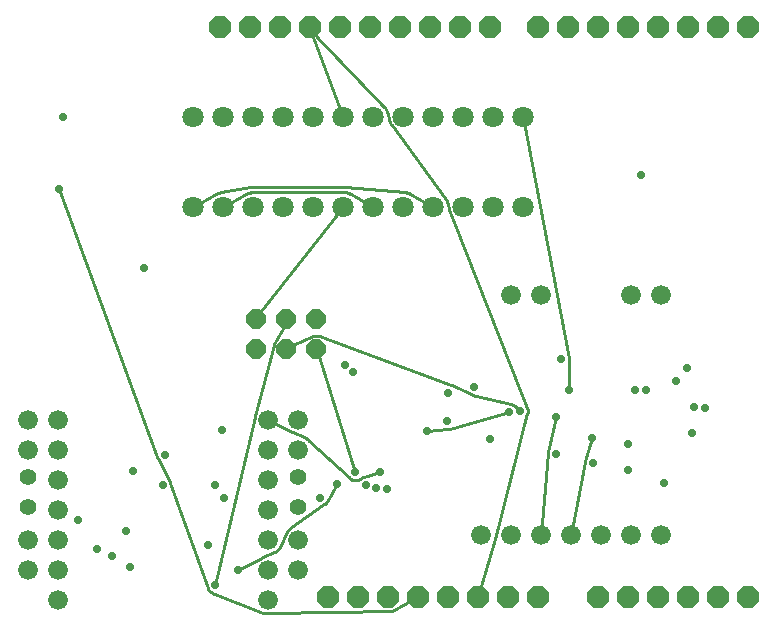
<source format=gbl>
G75*
%MOIN*%
%OFA0B0*%
%FSLAX25Y25*%
%IPPOS*%
%LPD*%
%AMOC8*
5,1,8,0,0,1.08239X$1,22.5*
%
%ADD10OC8,0.07144*%
%ADD11C,0.06600*%
%ADD12OC8,0.06426*%
%ADD13C,0.05500*%
%ADD14C,0.07087*%
%ADD15C,0.01000*%
%ADD16C,0.02756*%
D10*
X0126500Y0015000D03*
X0136500Y0015000D03*
X0146500Y0015000D03*
X0156500Y0015000D03*
X0166500Y0015000D03*
X0176500Y0015000D03*
X0186500Y0015000D03*
X0196500Y0015000D03*
X0216500Y0015000D03*
X0226500Y0015000D03*
X0236500Y0015000D03*
X0246500Y0015000D03*
X0256500Y0015000D03*
X0266500Y0015000D03*
X0266500Y0205000D03*
X0256500Y0205000D03*
X0246500Y0205000D03*
X0236500Y0205000D03*
X0226500Y0205000D03*
X0216500Y0205000D03*
X0206500Y0205000D03*
X0196500Y0205000D03*
X0180500Y0205000D03*
X0170500Y0205000D03*
X0160500Y0205000D03*
X0150500Y0205000D03*
X0140500Y0205000D03*
X0130500Y0205000D03*
X0120500Y0205000D03*
X0110500Y0205000D03*
X0100500Y0205000D03*
X0090500Y0205000D03*
D11*
X0026500Y0024000D03*
X0036500Y0024000D03*
X0036500Y0014000D03*
X0036500Y0034000D03*
X0026500Y0034000D03*
X0036500Y0044000D03*
X0036500Y0054000D03*
X0036500Y0064000D03*
X0026500Y0064000D03*
X0026500Y0074000D03*
X0036500Y0074000D03*
X0106500Y0074000D03*
X0116500Y0074000D03*
X0116500Y0064000D03*
X0106500Y0064000D03*
X0106500Y0054000D03*
X0106500Y0044000D03*
X0106500Y0034000D03*
X0116500Y0034000D03*
X0116500Y0024000D03*
X0106500Y0024000D03*
X0106500Y0014000D03*
X0177500Y0035500D03*
X0187500Y0035500D03*
X0197500Y0035500D03*
X0207500Y0035500D03*
X0217500Y0035500D03*
X0227500Y0035500D03*
X0237500Y0035500D03*
X0237500Y0115500D03*
X0227500Y0115500D03*
X0197500Y0115500D03*
X0187500Y0115500D03*
D12*
X0122500Y0107500D03*
X0112500Y0107500D03*
X0102500Y0107500D03*
X0102500Y0097500D03*
X0112500Y0097500D03*
X0122500Y0097500D03*
D13*
X0116500Y0055000D03*
X0116500Y0045000D03*
X0026500Y0045000D03*
X0026500Y0055000D03*
D14*
X0081500Y0145000D03*
X0091500Y0145000D03*
X0101500Y0145000D03*
X0111500Y0145000D03*
X0121500Y0145000D03*
X0131500Y0145000D03*
X0141500Y0145000D03*
X0151500Y0145000D03*
X0161500Y0145000D03*
X0171500Y0145000D03*
X0181500Y0145000D03*
X0191500Y0145000D03*
X0191500Y0175000D03*
X0181500Y0175000D03*
X0171500Y0175000D03*
X0161500Y0175000D03*
X0151500Y0175000D03*
X0141500Y0175000D03*
X0131500Y0175000D03*
X0121500Y0175000D03*
X0111500Y0175000D03*
X0101500Y0175000D03*
X0091500Y0175000D03*
X0081500Y0175000D03*
D15*
X0090626Y0149773D02*
X0100301Y0151545D01*
X0101495Y0151654D02*
X0111495Y0151661D01*
X0111500Y0151661D01*
X0131500Y0151661D01*
X0132105Y0151634D02*
X0151940Y0149825D01*
X0153848Y0149239D02*
X0161500Y0145000D01*
X0166205Y0146184D02*
X0166171Y0146314D01*
X0166133Y0146442D01*
X0166091Y0146570D01*
X0166046Y0146696D01*
X0165997Y0146821D01*
X0165945Y0146945D01*
X0165890Y0147067D01*
X0165831Y0147188D01*
X0165769Y0147306D01*
X0165703Y0147424D01*
X0165635Y0147539D01*
X0165563Y0147652D01*
X0165488Y0147764D01*
X0165410Y0147873D01*
X0147590Y0172127D01*
X0146791Y0173830D02*
X0146209Y0176170D01*
X0144998Y0178363D02*
X0122227Y0202046D01*
X0120720Y0205054D01*
X0121400Y0201522D02*
X0131500Y0175000D01*
X0144998Y0178363D02*
X0145089Y0178265D01*
X0145177Y0178165D01*
X0145263Y0178063D01*
X0145346Y0177959D01*
X0145425Y0177852D01*
X0145502Y0177743D01*
X0145576Y0177632D01*
X0145647Y0177519D01*
X0145715Y0177404D01*
X0145779Y0177287D01*
X0145840Y0177169D01*
X0145898Y0177049D01*
X0145953Y0176927D01*
X0146004Y0176804D01*
X0146052Y0176680D01*
X0146096Y0176554D01*
X0146137Y0176427D01*
X0146175Y0176299D01*
X0146209Y0176170D01*
X0146791Y0173830D02*
X0146826Y0173699D01*
X0146864Y0173569D01*
X0146905Y0173441D01*
X0146951Y0173313D01*
X0146999Y0173187D01*
X0147052Y0173062D01*
X0147107Y0172939D01*
X0147166Y0172818D01*
X0147229Y0172698D01*
X0147295Y0172580D01*
X0147364Y0172464D01*
X0147436Y0172349D01*
X0147512Y0172237D01*
X0147590Y0172127D01*
X0131500Y0149852D02*
X0111500Y0149852D01*
X0111496Y0149852D01*
X0101496Y0149845D01*
X0099152Y0149239D02*
X0091500Y0145000D01*
X0090625Y0149773D02*
X0090496Y0149747D01*
X0090368Y0149718D01*
X0090240Y0149686D01*
X0090114Y0149650D01*
X0089988Y0149611D01*
X0089864Y0149568D01*
X0089740Y0149522D01*
X0089618Y0149473D01*
X0089498Y0149420D01*
X0089379Y0149364D01*
X0089261Y0149305D01*
X0089145Y0149243D01*
X0081500Y0145000D01*
X0099153Y0149238D02*
X0099272Y0149303D01*
X0099394Y0149363D01*
X0099517Y0149421D01*
X0099642Y0149475D01*
X0099768Y0149525D01*
X0099896Y0149572D01*
X0100025Y0149615D01*
X0100155Y0149655D01*
X0100286Y0149690D01*
X0100418Y0149723D01*
X0100551Y0149751D01*
X0100685Y0149776D01*
X0100819Y0149797D01*
X0100954Y0149814D01*
X0101089Y0149828D01*
X0101225Y0149837D01*
X0101361Y0149843D01*
X0101497Y0149845D01*
X0101496Y0151654D02*
X0101346Y0151652D01*
X0101196Y0151647D01*
X0101046Y0151638D01*
X0100896Y0151626D01*
X0100747Y0151611D01*
X0100598Y0151592D01*
X0100449Y0151570D01*
X0100301Y0151545D01*
X0131500Y0151661D02*
X0131651Y0151659D01*
X0131802Y0151654D01*
X0131953Y0151645D01*
X0132104Y0151633D01*
X0133855Y0149243D02*
X0141500Y0145000D01*
X0133855Y0149243D02*
X0133734Y0149308D01*
X0133612Y0149369D01*
X0133488Y0149427D01*
X0133363Y0149481D01*
X0133236Y0149532D01*
X0133108Y0149579D01*
X0132978Y0149622D01*
X0132848Y0149662D01*
X0132716Y0149698D01*
X0132583Y0149731D01*
X0132450Y0149759D01*
X0132315Y0149784D01*
X0132180Y0149805D01*
X0132045Y0149822D01*
X0131909Y0149836D01*
X0131773Y0149845D01*
X0131636Y0149851D01*
X0131500Y0149853D01*
X0131500Y0145000D02*
X0104123Y0110159D01*
X0112917Y0107385D02*
X0108342Y0099276D01*
X0108265Y0099059D02*
X0102040Y0075162D01*
X0102014Y0075057D02*
X0088758Y0018829D01*
X0086225Y0017933D02*
X0086260Y0017839D01*
X0086299Y0017746D01*
X0086341Y0017655D01*
X0086387Y0017565D01*
X0086436Y0017477D01*
X0086488Y0017391D01*
X0086543Y0017307D01*
X0086602Y0017226D01*
X0086663Y0017146D01*
X0086728Y0017069D01*
X0086795Y0016994D01*
X0086865Y0016922D01*
X0086938Y0016853D01*
X0087013Y0016786D01*
X0087091Y0016722D01*
X0087170Y0016661D01*
X0087253Y0016603D01*
X0087337Y0016548D01*
X0087423Y0016497D01*
X0087511Y0016449D01*
X0087601Y0016404D01*
X0087693Y0016362D01*
X0087786Y0016324D01*
X0104835Y0009709D01*
X0106611Y0009399D02*
X0147898Y0010391D01*
X0148488Y0010548D02*
X0156554Y0015280D01*
X0148488Y0010548D02*
X0148427Y0010517D01*
X0148364Y0010489D01*
X0148300Y0010465D01*
X0148235Y0010444D01*
X0148169Y0010426D01*
X0148102Y0010412D01*
X0148035Y0010402D01*
X0147967Y0010395D01*
X0147898Y0010391D01*
X0177386Y0018438D02*
X0181923Y0034229D01*
X0181954Y0034340D02*
X0192839Y0076134D01*
X0192739Y0077795D02*
X0166991Y0143226D01*
X0166801Y0143818D02*
X0166206Y0146184D01*
X0166801Y0143818D02*
X0166833Y0143697D01*
X0166868Y0143578D01*
X0166906Y0143459D01*
X0166948Y0143342D01*
X0166992Y0143226D01*
X0153847Y0149238D02*
X0153729Y0149302D01*
X0153609Y0149362D01*
X0153488Y0149418D01*
X0153365Y0149472D01*
X0153241Y0149522D01*
X0153115Y0149568D01*
X0152988Y0149611D01*
X0152860Y0149650D01*
X0152731Y0149686D01*
X0152601Y0149718D01*
X0152470Y0149747D01*
X0152338Y0149772D01*
X0152206Y0149793D01*
X0152073Y0149811D01*
X0151940Y0149825D01*
X0191500Y0175000D02*
X0206674Y0094630D01*
X0206720Y0094135D02*
X0206732Y0083985D01*
X0202213Y0074874D02*
X0199754Y0063196D01*
X0199706Y0062858D02*
X0197500Y0035500D01*
X0207500Y0035500D02*
X0211927Y0059930D01*
X0211988Y0060191D02*
X0214227Y0068002D01*
X0211988Y0060192D02*
X0211965Y0060105D01*
X0211945Y0060018D01*
X0211927Y0059930D01*
X0199706Y0062859D02*
X0199714Y0062944D01*
X0199725Y0063028D01*
X0199738Y0063113D01*
X0199754Y0063196D01*
X0192839Y0076134D02*
X0192863Y0076231D01*
X0192882Y0076328D01*
X0192898Y0076427D01*
X0192911Y0076525D01*
X0192920Y0076624D01*
X0192925Y0076724D01*
X0192926Y0076823D01*
X0192924Y0076923D01*
X0192918Y0077022D01*
X0192908Y0077121D01*
X0192895Y0077220D01*
X0192878Y0077318D01*
X0192857Y0077415D01*
X0192833Y0077512D01*
X0192805Y0077607D01*
X0192774Y0077702D01*
X0192739Y0077795D01*
X0190239Y0076811D02*
X0188593Y0078478D01*
X0187320Y0079200D02*
X0174363Y0082376D01*
X0173881Y0082544D02*
X0167569Y0085444D01*
X0167389Y0085519D02*
X0124189Y0101694D01*
X0123730Y0101778D02*
X0121270Y0101778D01*
X0120731Y0101661D02*
X0115262Y0099185D01*
X0108342Y0099275D02*
X0108319Y0099223D01*
X0108298Y0099169D01*
X0108280Y0099115D01*
X0108264Y0099059D01*
X0112615Y0097583D02*
X0112772Y0097718D01*
X0112932Y0097850D01*
X0113095Y0097978D01*
X0113261Y0098102D01*
X0113431Y0098222D01*
X0113603Y0098338D01*
X0113777Y0098449D01*
X0113955Y0098557D01*
X0114135Y0098660D01*
X0114317Y0098759D01*
X0114502Y0098853D01*
X0114689Y0098943D01*
X0114878Y0099028D01*
X0115069Y0099109D01*
X0115262Y0099185D01*
X0120731Y0101660D02*
X0120795Y0101687D01*
X0120861Y0101711D01*
X0120927Y0101731D01*
X0120995Y0101748D01*
X0121063Y0101760D01*
X0121132Y0101770D01*
X0121201Y0101775D01*
X0121271Y0101777D01*
X0123730Y0101777D02*
X0123797Y0101775D01*
X0123864Y0101770D01*
X0123930Y0101762D01*
X0123996Y0101750D01*
X0124061Y0101734D01*
X0124126Y0101716D01*
X0124189Y0101694D01*
X0122730Y0097531D02*
X0122731Y0097492D01*
X0122736Y0097454D01*
X0122744Y0097415D01*
X0122754Y0097378D01*
X0135500Y0056435D01*
X0137230Y0054382D02*
X0137151Y0054317D01*
X0137069Y0054256D01*
X0136985Y0054198D01*
X0136899Y0054143D01*
X0136811Y0054092D01*
X0136721Y0054044D01*
X0136629Y0053999D01*
X0136536Y0053958D01*
X0136441Y0053920D01*
X0136345Y0053886D01*
X0136247Y0053856D01*
X0136149Y0053830D01*
X0136050Y0053807D01*
X0135949Y0053788D01*
X0135848Y0053773D01*
X0135747Y0053761D01*
X0135645Y0053754D01*
X0135543Y0053750D01*
X0135441Y0053751D01*
X0135339Y0053755D01*
X0135238Y0053763D01*
X0135136Y0053775D01*
X0135036Y0053790D01*
X0134935Y0053810D01*
X0134836Y0053833D01*
X0134738Y0053860D01*
X0134641Y0053891D01*
X0134545Y0053926D01*
X0134450Y0053964D01*
X0134357Y0054006D01*
X0134265Y0054051D01*
X0134176Y0054099D01*
X0134088Y0054151D01*
X0134002Y0054207D01*
X0133919Y0054265D01*
X0133837Y0054327D01*
X0133758Y0054391D01*
X0133682Y0054459D01*
X0119620Y0067393D01*
X0118287Y0068249D02*
X0114713Y0069751D01*
X0114376Y0069910D02*
X0106500Y0074000D01*
X0102040Y0075162D02*
X0102014Y0075058D01*
X0114375Y0069910D02*
X0114486Y0069854D01*
X0114599Y0069801D01*
X0114713Y0069751D01*
X0118287Y0068249D02*
X0118408Y0068195D01*
X0118528Y0068139D01*
X0118647Y0068079D01*
X0118763Y0068015D01*
X0118878Y0067948D01*
X0118990Y0067878D01*
X0119101Y0067805D01*
X0119210Y0067728D01*
X0119316Y0067649D01*
X0119420Y0067566D01*
X0119521Y0067481D01*
X0119620Y0067392D01*
X0137230Y0054382D02*
X0137230Y0054381D01*
X0138226Y0054911D02*
X0143519Y0056414D01*
X0138227Y0054912D02*
X0138128Y0054882D01*
X0138030Y0054848D01*
X0137934Y0054810D01*
X0137839Y0054769D01*
X0137746Y0054724D01*
X0137655Y0054675D01*
X0137565Y0054623D01*
X0137478Y0054568D01*
X0137393Y0054509D01*
X0137310Y0054447D01*
X0137230Y0054382D01*
X0129356Y0052715D02*
X0125952Y0046620D01*
X0125154Y0045733D02*
X0113846Y0037768D01*
X0112255Y0035794D02*
X0110739Y0032208D01*
X0108299Y0029765D02*
X0104701Y0028235D01*
X0104285Y0028034D02*
X0096454Y0023734D01*
X0104285Y0028034D02*
X0104387Y0028088D01*
X0104490Y0028140D01*
X0104595Y0028189D01*
X0104701Y0028236D01*
X0108299Y0029764D02*
X0108419Y0029817D01*
X0108537Y0029873D01*
X0108654Y0029933D01*
X0108769Y0029996D01*
X0108882Y0030062D01*
X0108993Y0030132D01*
X0109102Y0030204D01*
X0109209Y0030280D01*
X0109314Y0030359D01*
X0109417Y0030440D01*
X0109517Y0030525D01*
X0109615Y0030612D01*
X0109710Y0030702D01*
X0109803Y0030795D01*
X0109893Y0030891D01*
X0109980Y0030989D01*
X0110064Y0031089D01*
X0110146Y0031192D01*
X0110224Y0031297D01*
X0110300Y0031404D01*
X0110372Y0031513D01*
X0110441Y0031624D01*
X0110507Y0031738D01*
X0110570Y0031853D01*
X0110630Y0031969D01*
X0110686Y0032088D01*
X0110739Y0032208D01*
X0112255Y0035794D02*
X0112309Y0035918D01*
X0112367Y0036040D01*
X0112429Y0036160D01*
X0112494Y0036279D01*
X0112562Y0036395D01*
X0112634Y0036510D01*
X0112709Y0036622D01*
X0112788Y0036732D01*
X0112870Y0036840D01*
X0112954Y0036945D01*
X0113042Y0037048D01*
X0113133Y0037148D01*
X0113227Y0037245D01*
X0113323Y0037340D01*
X0113423Y0037431D01*
X0113525Y0037520D01*
X0113629Y0037606D01*
X0113736Y0037688D01*
X0113845Y0037768D01*
X0125154Y0045733D02*
X0125235Y0045792D01*
X0125314Y0045855D01*
X0125390Y0045920D01*
X0125464Y0045988D01*
X0125535Y0046058D01*
X0125603Y0046131D01*
X0125669Y0046207D01*
X0125732Y0046285D01*
X0125792Y0046366D01*
X0125849Y0046448D01*
X0125902Y0046533D01*
X0125953Y0046620D01*
X0159338Y0070165D02*
X0166437Y0070931D01*
X0166877Y0071016D02*
X0186680Y0076591D01*
X0188592Y0078479D02*
X0188522Y0078548D01*
X0188448Y0078614D01*
X0188373Y0078678D01*
X0188295Y0078738D01*
X0188215Y0078796D01*
X0188133Y0078851D01*
X0188049Y0078903D01*
X0187963Y0078952D01*
X0187875Y0078998D01*
X0187786Y0079040D01*
X0187695Y0079079D01*
X0187603Y0079114D01*
X0187510Y0079147D01*
X0187415Y0079175D01*
X0187320Y0079201D01*
X0174363Y0082376D02*
X0174264Y0082403D01*
X0174166Y0082433D01*
X0174070Y0082466D01*
X0173975Y0082504D01*
X0173881Y0082544D01*
X0167569Y0085443D02*
X0167479Y0085482D01*
X0167389Y0085518D01*
X0166876Y0071016D02*
X0166790Y0070993D01*
X0166702Y0070973D01*
X0166614Y0070956D01*
X0166525Y0070942D01*
X0166437Y0070931D01*
X0206720Y0094135D02*
X0206718Y0094235D01*
X0206712Y0094334D01*
X0206703Y0094433D01*
X0206690Y0094532D01*
X0206674Y0094630D01*
X0181953Y0034340D02*
X0181923Y0034229D01*
X0177386Y0018438D02*
X0177268Y0018189D01*
X0177156Y0017937D01*
X0177049Y0017682D01*
X0176949Y0017425D01*
X0176855Y0017166D01*
X0176767Y0016905D01*
X0176684Y0016642D01*
X0176608Y0016376D01*
X0176539Y0016109D01*
X0176475Y0015841D01*
X0176418Y0015571D01*
X0176367Y0015300D01*
X0106611Y0009399D02*
X0106481Y0009398D01*
X0106352Y0009400D01*
X0106222Y0009406D01*
X0106093Y0009416D01*
X0105964Y0009429D01*
X0105836Y0009446D01*
X0105708Y0009467D01*
X0105580Y0009491D01*
X0105454Y0009518D01*
X0105328Y0009550D01*
X0105203Y0009584D01*
X0105080Y0009623D01*
X0104957Y0009664D01*
X0104836Y0009710D01*
X0086225Y0017933D02*
X0073826Y0052972D01*
X0073680Y0053309D02*
X0069624Y0061160D01*
X0069487Y0061470D02*
X0036823Y0150770D01*
X0104123Y0110159D02*
X0103840Y0109636D01*
X0103544Y0109119D01*
X0103236Y0108610D01*
X0102915Y0108108D01*
X0102583Y0107614D01*
X0069488Y0061471D02*
X0069518Y0061392D01*
X0069551Y0061314D01*
X0069586Y0061237D01*
X0069624Y0061161D01*
X0073680Y0053309D02*
X0073721Y0053227D01*
X0073758Y0053143D01*
X0073793Y0053058D01*
X0073826Y0052972D01*
X0121400Y0201522D02*
X0121296Y0201721D01*
X0121197Y0201921D01*
X0121102Y0202125D01*
X0121013Y0202330D01*
X0120928Y0202537D01*
X0120849Y0202747D01*
X0120774Y0202958D01*
X0120705Y0203171D01*
X0120641Y0203386D01*
X0120582Y0203602D01*
X0120529Y0203819D01*
X0120480Y0204038D01*
X0120437Y0204258D01*
X0120400Y0204479D01*
X0120368Y0204700D01*
D16*
X0037984Y0174987D03*
X0036823Y0150770D03*
X0064919Y0124500D03*
X0131961Y0092227D03*
X0134731Y0089983D03*
X0159338Y0070165D03*
X0166149Y0073602D03*
X0180196Y0067583D03*
X0186680Y0076591D03*
X0190239Y0076811D03*
X0202213Y0074874D03*
X0206732Y0083985D03*
X0204033Y0094132D03*
X0228850Y0083971D03*
X0232413Y0083985D03*
X0242430Y0086969D03*
X0245880Y0091088D03*
X0248310Y0078385D03*
X0251857Y0078035D03*
X0247585Y0069455D03*
X0226415Y0065840D03*
X0226385Y0057197D03*
X0214571Y0059451D03*
X0214227Y0068002D03*
X0202384Y0062643D03*
X0175003Y0084986D03*
X0166447Y0083002D03*
X0143519Y0056414D03*
X0138960Y0052328D03*
X0142329Y0051148D03*
X0145916Y0050741D03*
X0135500Y0056435D03*
X0129356Y0052715D03*
X0123606Y0047930D03*
X0091732Y0047961D03*
X0088719Y0052154D03*
X0071293Y0052075D03*
X0061393Y0056736D03*
X0072011Y0062394D03*
X0090966Y0070537D03*
X0059122Y0036733D03*
X0049474Y0030822D03*
X0054502Y0028548D03*
X0060466Y0024854D03*
X0042876Y0040500D03*
X0086411Y0032330D03*
X0096454Y0023734D03*
X0088758Y0018829D03*
X0238427Y0052998D03*
X0230681Y0155517D03*
M02*

</source>
